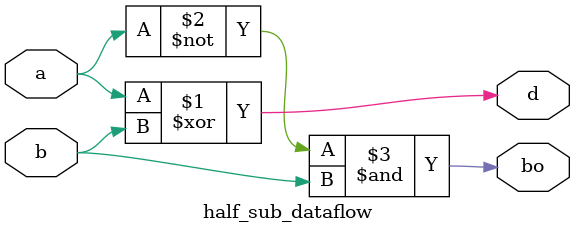
<source format=v>
module half_sub_dataflow(
    input a, b,
    output d, bo);
assign d = a^b;
assign bo = ((~a)&b);
endmodule

</source>
